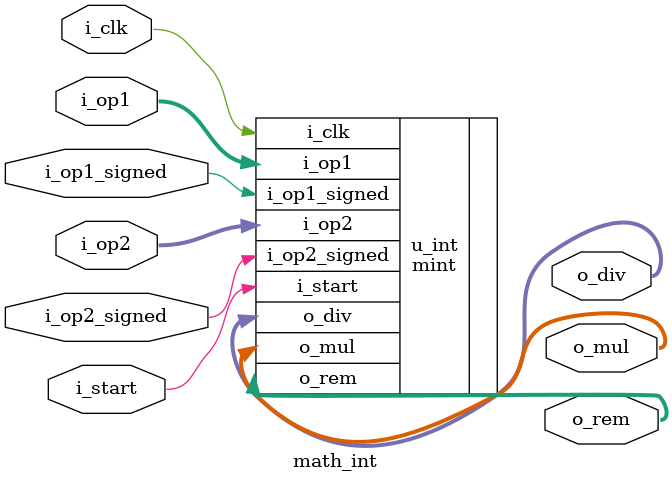
<source format=sv>
`timescale 1ps/1ps

module math_int
(
    input   wire                        i_clk,
    input   wire                        i_start,
    input   wire                        i_op1_signed,
    input   wire                        i_op2_signed,
    input   wire[31:0]                  i_op1,
    input   wire[31:0]                  i_op2,
    output  wire[31:0]                  o_div,
    output  wire[63:0]                  o_mul,
    output  wire[31:0]                  o_rem
);

    mint
    u_int
    (
        .i_clk                          (i_clk),
        .i_start                        (i_start),
        .i_op1_signed                   (i_op1_signed),
        .i_op2_signed                   (i_op2_signed),
        .i_op1                          (i_op1),
        .i_op2                          (i_op2),
        .o_div                          (o_div),
        .o_mul                          (o_mul),
        .o_rem                          (o_rem)
    );

endmodule

</source>
